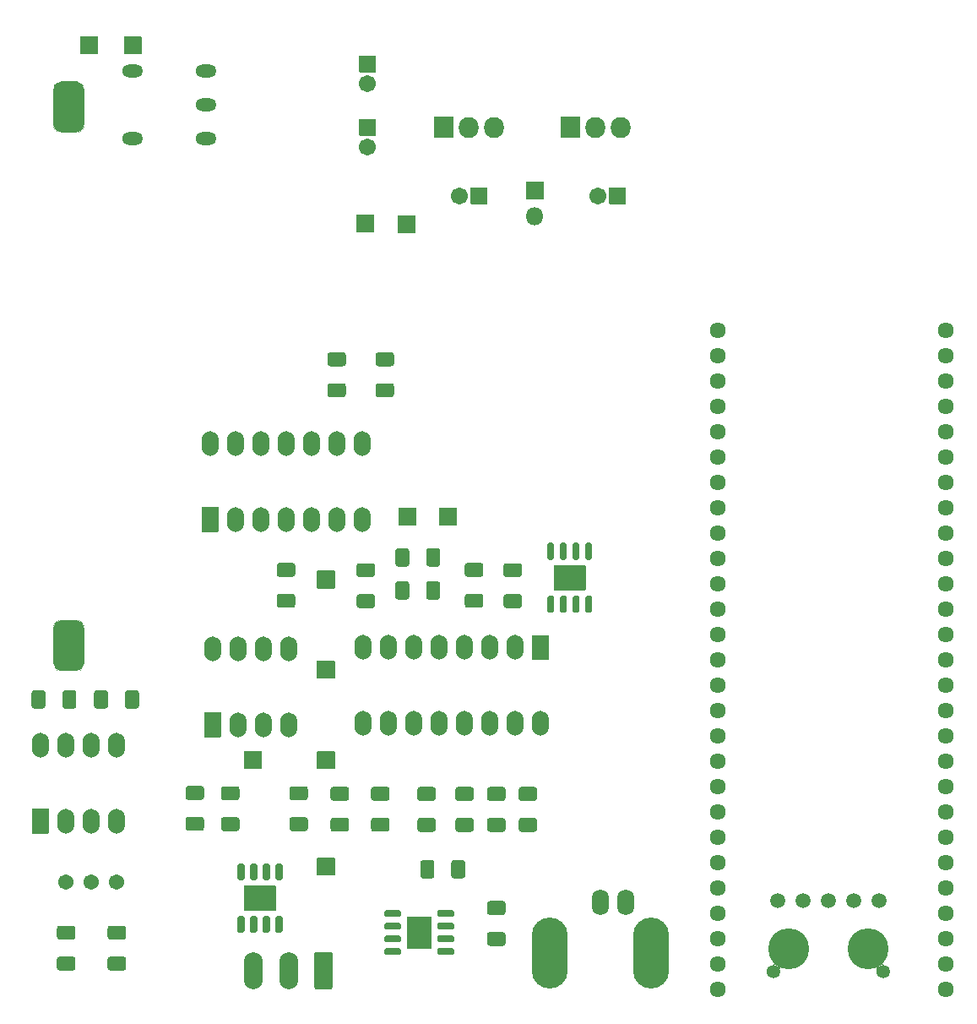
<source format=gbr>
%TF.GenerationSoftware,KiCad,Pcbnew,(5.1.10)-1*%
%TF.CreationDate,2022-11-10T21:57:10-03:00*%
%TF.ProjectId,potenciostato,706f7465-6e63-4696-9f73-7461746f2e6b,rev?*%
%TF.SameCoordinates,Original*%
%TF.FileFunction,Soldermask,Top*%
%TF.FilePolarity,Negative*%
%FSLAX46Y46*%
G04 Gerber Fmt 4.6, Leading zero omitted, Abs format (unit mm)*
G04 Created by KiCad (PCBNEW (5.1.10)-1) date 2022-11-10 21:57:10*
%MOMM*%
%LPD*%
G01*
G04 APERTURE LIST*
%ADD10C,1.610000*%
%ADD11O,2.007000X2.102000*%
%ADD12C,1.702000*%
%ADD13O,1.702000X2.502000*%
%ADD14C,1.542000*%
%ADD15O,1.902000X3.702000*%
%ADD16O,1.802000X1.802000*%
%ADD17C,1.502000*%
%ADD18C,4.102000*%
%ADD19C,1.352000*%
%ADD20O,2.102000X1.302000*%
%ADD21O,3.602000X7.102000*%
%ADD22O,1.702000X2.602000*%
%ADD23C,0.100000*%
G04 APERTURE END LIST*
D10*
%TO.C,LPC1*%
X188595000Y-86995000D03*
X188595000Y-89535000D03*
X188595000Y-92075000D03*
X188595000Y-94615000D03*
X188595000Y-97155000D03*
X188595000Y-99695000D03*
X188595000Y-102235000D03*
X188595000Y-104775000D03*
X188595000Y-107315000D03*
X188595000Y-109855000D03*
X188595000Y-112395000D03*
X188595000Y-114935000D03*
X188595000Y-117475000D03*
X188595000Y-120015000D03*
X188595000Y-122555000D03*
X188595000Y-125095000D03*
X188595000Y-127635000D03*
X188595000Y-130175000D03*
X188595000Y-132715000D03*
X188595000Y-135255000D03*
X188595000Y-137795000D03*
X188595000Y-140335000D03*
X188595000Y-142875000D03*
X188595000Y-145415000D03*
X188595000Y-147955000D03*
X188595000Y-150495000D03*
X188595000Y-153035000D03*
X211455000Y-86995000D03*
X211455000Y-89535000D03*
X211455000Y-92075000D03*
X211455000Y-94615000D03*
X211455000Y-97155000D03*
X211455000Y-99695000D03*
X211455000Y-102235000D03*
X211455000Y-104775000D03*
X211455000Y-107315000D03*
X211455000Y-109855000D03*
X211455000Y-112395000D03*
X211455000Y-114935000D03*
X211455000Y-117475000D03*
X211455000Y-120015000D03*
X211455000Y-122555000D03*
X211455000Y-125095000D03*
X211455000Y-127635000D03*
X211455000Y-130175000D03*
X211455000Y-132715000D03*
X211455000Y-135255000D03*
X211455000Y-137795000D03*
X211455000Y-140335000D03*
X211455000Y-142875000D03*
X211455000Y-145415000D03*
X211455000Y-147955000D03*
X211455000Y-150495000D03*
X211455000Y-153035000D03*
%TD*%
%TO.C,R20*%
G36*
G01*
X122870000Y-124608386D02*
X122870000Y-123295614D01*
G75*
G02*
X123139614Y-123026000I269614J0D01*
G01*
X124002386Y-123026000D01*
G75*
G02*
X124272000Y-123295614I0J-269614D01*
G01*
X124272000Y-124608386D01*
G75*
G02*
X124002386Y-124878000I-269614J0D01*
G01*
X123139614Y-124878000D01*
G75*
G02*
X122870000Y-124608386I0J269614D01*
G01*
G37*
G36*
G01*
X119770000Y-124608386D02*
X119770000Y-123295614D01*
G75*
G02*
X120039614Y-123026000I269614J0D01*
G01*
X120902386Y-123026000D01*
G75*
G02*
X121172000Y-123295614I0J-269614D01*
G01*
X121172000Y-124608386D01*
G75*
G02*
X120902386Y-124878000I-269614J0D01*
G01*
X120039614Y-124878000D01*
G75*
G02*
X119770000Y-124608386I0J269614D01*
G01*
G37*
%TD*%
D11*
%TO.C,U8*%
X178879500Y-66611500D03*
X176339500Y-66611500D03*
G36*
G01*
X172796000Y-67611500D02*
X172796000Y-65611500D01*
G75*
G02*
X172847000Y-65560500I51000J0D01*
G01*
X174752000Y-65560500D01*
G75*
G02*
X174803000Y-65611500I0J-51000D01*
G01*
X174803000Y-67611500D01*
G75*
G02*
X174752000Y-67662500I-51000J0D01*
G01*
X172847000Y-67662500D01*
G75*
G02*
X172796000Y-67611500I0J51000D01*
G01*
G37*
%TD*%
%TO.C,C6*%
G36*
G01*
X179381000Y-72669500D02*
X179381000Y-74269500D01*
G75*
G02*
X179330000Y-74320500I-51000J0D01*
G01*
X177730000Y-74320500D01*
G75*
G02*
X177679000Y-74269500I0J51000D01*
G01*
X177679000Y-72669500D01*
G75*
G02*
X177730000Y-72618500I51000J0D01*
G01*
X179330000Y-72618500D01*
G75*
G02*
X179381000Y-72669500I0J-51000D01*
G01*
G37*
D12*
X176530000Y-73469500D03*
%TD*%
%TO.C,C1*%
X153479500Y-68611500D03*
G36*
G01*
X152679500Y-65760500D02*
X154279500Y-65760500D01*
G75*
G02*
X154330500Y-65811500I0J-51000D01*
G01*
X154330500Y-67411500D01*
G75*
G02*
X154279500Y-67462500I-51000J0D01*
G01*
X152679500Y-67462500D01*
G75*
G02*
X152628500Y-67411500I0J51000D01*
G01*
X152628500Y-65811500D01*
G75*
G02*
X152679500Y-65760500I51000J0D01*
G01*
G37*
%TD*%
%TO.C,C2*%
G36*
G01*
X152679500Y-59410500D02*
X154279500Y-59410500D01*
G75*
G02*
X154330500Y-59461500I0J-51000D01*
G01*
X154330500Y-61061500D01*
G75*
G02*
X154279500Y-61112500I-51000J0D01*
G01*
X152679500Y-61112500D01*
G75*
G02*
X152628500Y-61061500I0J51000D01*
G01*
X152628500Y-59461500D01*
G75*
G02*
X152679500Y-59410500I51000J0D01*
G01*
G37*
X153479500Y-62261500D03*
%TD*%
%TO.C,C5*%
X162655500Y-73469500D03*
G36*
G01*
X165506500Y-72669500D02*
X165506500Y-74269500D01*
G75*
G02*
X165455500Y-74320500I-51000J0D01*
G01*
X163855500Y-74320500D01*
G75*
G02*
X163804500Y-74269500I0J51000D01*
G01*
X163804500Y-72669500D01*
G75*
G02*
X163855500Y-72618500I51000J0D01*
G01*
X165455500Y-72618500D01*
G75*
G02*
X165506500Y-72669500I0J-51000D01*
G01*
G37*
%TD*%
%TO.C,R16*%
G36*
G01*
X126045000Y-124608386D02*
X126045000Y-123295614D01*
G75*
G02*
X126314614Y-123026000I269614J0D01*
G01*
X127177386Y-123026000D01*
G75*
G02*
X127447000Y-123295614I0J-269614D01*
G01*
X127447000Y-124608386D01*
G75*
G02*
X127177386Y-124878000I-269614J0D01*
G01*
X126314614Y-124878000D01*
G75*
G02*
X126045000Y-124608386I0J269614D01*
G01*
G37*
G36*
G01*
X129145000Y-124608386D02*
X129145000Y-123295614D01*
G75*
G02*
X129414614Y-123026000I269614J0D01*
G01*
X130277386Y-123026000D01*
G75*
G02*
X130547000Y-123295614I0J-269614D01*
G01*
X130547000Y-124608386D01*
G75*
G02*
X130277386Y-124878000I-269614J0D01*
G01*
X129414614Y-124878000D01*
G75*
G02*
X129145000Y-124608386I0J269614D01*
G01*
G37*
%TD*%
D13*
%TO.C,U9*%
X120650000Y-128524000D03*
X128270000Y-136144000D03*
X123190000Y-128524000D03*
X125730000Y-136144000D03*
X125730000Y-128524000D03*
X123190000Y-136144000D03*
X128270000Y-128524000D03*
G36*
G01*
X121450000Y-137395000D02*
X119850000Y-137395000D01*
G75*
G02*
X119799000Y-137344000I0J51000D01*
G01*
X119799000Y-134944000D01*
G75*
G02*
X119850000Y-134893000I51000J0D01*
G01*
X121450000Y-134893000D01*
G75*
G02*
X121501000Y-134944000I0J-51000D01*
G01*
X121501000Y-137344000D01*
G75*
G02*
X121450000Y-137395000I-51000J0D01*
G01*
G37*
%TD*%
D14*
%TO.C,RV1*%
X123253500Y-142240000D03*
X125793500Y-142240000D03*
X128333500Y-142240000D03*
%TD*%
%TO.C,U6*%
G36*
G01*
X160096000Y-67611500D02*
X160096000Y-65611500D01*
G75*
G02*
X160147000Y-65560500I51000J0D01*
G01*
X162052000Y-65560500D01*
G75*
G02*
X162103000Y-65611500I0J-51000D01*
G01*
X162103000Y-67611500D01*
G75*
G02*
X162052000Y-67662500I-51000J0D01*
G01*
X160147000Y-67662500D01*
G75*
G02*
X160096000Y-67611500I0J51000D01*
G01*
G37*
D11*
X163639500Y-66611500D03*
X166179500Y-66611500D03*
%TD*%
%TO.C,R17*%
G36*
G01*
X127677114Y-149719000D02*
X128989886Y-149719000D01*
G75*
G02*
X129259500Y-149988614I0J-269614D01*
G01*
X129259500Y-150851386D01*
G75*
G02*
X128989886Y-151121000I-269614J0D01*
G01*
X127677114Y-151121000D01*
G75*
G02*
X127407500Y-150851386I0J269614D01*
G01*
X127407500Y-149988614D01*
G75*
G02*
X127677114Y-149719000I269614J0D01*
G01*
G37*
G36*
G01*
X127677114Y-146619000D02*
X128989886Y-146619000D01*
G75*
G02*
X129259500Y-146888614I0J-269614D01*
G01*
X129259500Y-147751386D01*
G75*
G02*
X128989886Y-148021000I-269614J0D01*
G01*
X127677114Y-148021000D01*
G75*
G02*
X127407500Y-147751386I0J269614D01*
G01*
X127407500Y-146888614D01*
G75*
G02*
X127677114Y-146619000I269614J0D01*
G01*
G37*
%TD*%
%TO.C,R19*%
G36*
G01*
X123909886Y-151121000D02*
X122597114Y-151121000D01*
G75*
G02*
X122327500Y-150851386I0J269614D01*
G01*
X122327500Y-149988614D01*
G75*
G02*
X122597114Y-149719000I269614J0D01*
G01*
X123909886Y-149719000D01*
G75*
G02*
X124179500Y-149988614I0J-269614D01*
G01*
X124179500Y-150851386D01*
G75*
G02*
X123909886Y-151121000I-269614J0D01*
G01*
G37*
G36*
G01*
X123909886Y-148021000D02*
X122597114Y-148021000D01*
G75*
G02*
X122327500Y-147751386I0J269614D01*
G01*
X122327500Y-146888614D01*
G75*
G02*
X122597114Y-146619000I269614J0D01*
G01*
X123909886Y-146619000D01*
G75*
G02*
X124179500Y-146888614I0J-269614D01*
G01*
X124179500Y-147751386D01*
G75*
G02*
X123909886Y-148021000I-269614J0D01*
G01*
G37*
%TD*%
%TO.C,J2*%
G36*
G01*
X141085000Y-130898000D02*
X141085000Y-129198000D01*
G75*
G02*
X141136000Y-129147000I51000J0D01*
G01*
X142836000Y-129147000D01*
G75*
G02*
X142887000Y-129198000I0J-51000D01*
G01*
X142887000Y-130898000D01*
G75*
G02*
X142836000Y-130949000I-51000J0D01*
G01*
X141136000Y-130949000D01*
G75*
G02*
X141085000Y-130898000I0J51000D01*
G01*
G37*
%TD*%
%TO.C,J3*%
G36*
G01*
X149993000Y-149543166D02*
X149993000Y-152716834D01*
G75*
G02*
X149728834Y-152981000I-264166J0D01*
G01*
X148355166Y-152981000D01*
G75*
G02*
X148091000Y-152716834I0J264166D01*
G01*
X148091000Y-149543166D01*
G75*
G02*
X148355166Y-149279000I264166J0D01*
G01*
X149728834Y-149279000D01*
G75*
G02*
X149993000Y-149543166I0J-264166D01*
G01*
G37*
D15*
X145542000Y-151130000D03*
X142042000Y-151130000D03*
%TD*%
%TO.C,JP1*%
G36*
G01*
X169342500Y-73811500D02*
X169342500Y-72111500D01*
G75*
G02*
X169393500Y-72060500I51000J0D01*
G01*
X171093500Y-72060500D01*
G75*
G02*
X171144500Y-72111500I0J-51000D01*
G01*
X171144500Y-73811500D01*
G75*
G02*
X171093500Y-73862500I-51000J0D01*
G01*
X169393500Y-73862500D01*
G75*
G02*
X169342500Y-73811500I0J51000D01*
G01*
G37*
D16*
X170243500Y-75501500D03*
%TD*%
%TO.C,R1*%
G36*
G01*
X170201386Y-134126000D02*
X168888614Y-134126000D01*
G75*
G02*
X168619000Y-133856386I0J269614D01*
G01*
X168619000Y-132993614D01*
G75*
G02*
X168888614Y-132724000I269614J0D01*
G01*
X170201386Y-132724000D01*
G75*
G02*
X170471000Y-132993614I0J-269614D01*
G01*
X170471000Y-133856386D01*
G75*
G02*
X170201386Y-134126000I-269614J0D01*
G01*
G37*
G36*
G01*
X170201386Y-137226000D02*
X168888614Y-137226000D01*
G75*
G02*
X168619000Y-136956386I0J269614D01*
G01*
X168619000Y-136093614D01*
G75*
G02*
X168888614Y-135824000I269614J0D01*
G01*
X170201386Y-135824000D01*
G75*
G02*
X170471000Y-136093614I0J-269614D01*
G01*
X170471000Y-136956386D01*
G75*
G02*
X170201386Y-137226000I-269614J0D01*
G01*
G37*
%TD*%
%TO.C,R2*%
G36*
G01*
X151341886Y-137214500D02*
X150029114Y-137214500D01*
G75*
G02*
X149759500Y-136944886I0J269614D01*
G01*
X149759500Y-136082114D01*
G75*
G02*
X150029114Y-135812500I269614J0D01*
G01*
X151341886Y-135812500D01*
G75*
G02*
X151611500Y-136082114I0J-269614D01*
G01*
X151611500Y-136944886D01*
G75*
G02*
X151341886Y-137214500I-269614J0D01*
G01*
G37*
G36*
G01*
X151341886Y-134114500D02*
X150029114Y-134114500D01*
G75*
G02*
X149759500Y-133844886I0J269614D01*
G01*
X149759500Y-132982114D01*
G75*
G02*
X150029114Y-132712500I269614J0D01*
G01*
X151341886Y-132712500D01*
G75*
G02*
X151611500Y-132982114I0J-269614D01*
G01*
X151611500Y-133844886D01*
G75*
G02*
X151341886Y-134114500I-269614J0D01*
G01*
G37*
%TD*%
%TO.C,R3*%
G36*
G01*
X155405886Y-134114500D02*
X154093114Y-134114500D01*
G75*
G02*
X153823500Y-133844886I0J269614D01*
G01*
X153823500Y-132982114D01*
G75*
G02*
X154093114Y-132712500I269614J0D01*
G01*
X155405886Y-132712500D01*
G75*
G02*
X155675500Y-132982114I0J-269614D01*
G01*
X155675500Y-133844886D01*
G75*
G02*
X155405886Y-134114500I-269614J0D01*
G01*
G37*
G36*
G01*
X155405886Y-137214500D02*
X154093114Y-137214500D01*
G75*
G02*
X153823500Y-136944886I0J269614D01*
G01*
X153823500Y-136082114D01*
G75*
G02*
X154093114Y-135812500I269614J0D01*
G01*
X155405886Y-135812500D01*
G75*
G02*
X155675500Y-136082114I0J-269614D01*
G01*
X155675500Y-136944886D01*
G75*
G02*
X155405886Y-137214500I-269614J0D01*
G01*
G37*
%TD*%
%TO.C,R4*%
G36*
G01*
X167026386Y-148656000D02*
X165713614Y-148656000D01*
G75*
G02*
X165444000Y-148386386I0J269614D01*
G01*
X165444000Y-147523614D01*
G75*
G02*
X165713614Y-147254000I269614J0D01*
G01*
X167026386Y-147254000D01*
G75*
G02*
X167296000Y-147523614I0J-269614D01*
G01*
X167296000Y-148386386D01*
G75*
G02*
X167026386Y-148656000I-269614J0D01*
G01*
G37*
G36*
G01*
X167026386Y-145556000D02*
X165713614Y-145556000D01*
G75*
G02*
X165444000Y-145286386I0J269614D01*
G01*
X165444000Y-144423614D01*
G75*
G02*
X165713614Y-144154000I269614J0D01*
G01*
X167026386Y-144154000D01*
G75*
G02*
X167296000Y-144423614I0J-269614D01*
G01*
X167296000Y-145286386D01*
G75*
G02*
X167026386Y-145556000I-269614J0D01*
G01*
G37*
%TD*%
%TO.C,R5*%
G36*
G01*
X161859000Y-141626386D02*
X161859000Y-140313614D01*
G75*
G02*
X162128614Y-140044000I269614J0D01*
G01*
X162991386Y-140044000D01*
G75*
G02*
X163261000Y-140313614I0J-269614D01*
G01*
X163261000Y-141626386D01*
G75*
G02*
X162991386Y-141896000I-269614J0D01*
G01*
X162128614Y-141896000D01*
G75*
G02*
X161859000Y-141626386I0J269614D01*
G01*
G37*
G36*
G01*
X158759000Y-141626386D02*
X158759000Y-140313614D01*
G75*
G02*
X159028614Y-140044000I269614J0D01*
G01*
X159891386Y-140044000D01*
G75*
G02*
X160161000Y-140313614I0J-269614D01*
G01*
X160161000Y-141626386D01*
G75*
G02*
X159891386Y-141896000I-269614J0D01*
G01*
X159028614Y-141896000D01*
G75*
G02*
X158759000Y-141626386I0J269614D01*
G01*
G37*
%TD*%
%TO.C,R6*%
G36*
G01*
X140356386Y-134051000D02*
X139043614Y-134051000D01*
G75*
G02*
X138774000Y-133781386I0J269614D01*
G01*
X138774000Y-132918614D01*
G75*
G02*
X139043614Y-132649000I269614J0D01*
G01*
X140356386Y-132649000D01*
G75*
G02*
X140626000Y-132918614I0J-269614D01*
G01*
X140626000Y-133781386D01*
G75*
G02*
X140356386Y-134051000I-269614J0D01*
G01*
G37*
G36*
G01*
X140356386Y-137151000D02*
X139043614Y-137151000D01*
G75*
G02*
X138774000Y-136881386I0J269614D01*
G01*
X138774000Y-136018614D01*
G75*
G02*
X139043614Y-135749000I269614J0D01*
G01*
X140356386Y-135749000D01*
G75*
G02*
X140626000Y-136018614I0J-269614D01*
G01*
X140626000Y-136881386D01*
G75*
G02*
X140356386Y-137151000I-269614J0D01*
G01*
G37*
%TD*%
%TO.C,R7*%
G36*
G01*
X136800386Y-137125000D02*
X135487614Y-137125000D01*
G75*
G02*
X135218000Y-136855386I0J269614D01*
G01*
X135218000Y-135992614D01*
G75*
G02*
X135487614Y-135723000I269614J0D01*
G01*
X136800386Y-135723000D01*
G75*
G02*
X137070000Y-135992614I0J-269614D01*
G01*
X137070000Y-136855386D01*
G75*
G02*
X136800386Y-137125000I-269614J0D01*
G01*
G37*
G36*
G01*
X136800386Y-134025000D02*
X135487614Y-134025000D01*
G75*
G02*
X135218000Y-133755386I0J269614D01*
G01*
X135218000Y-132892614D01*
G75*
G02*
X135487614Y-132623000I269614J0D01*
G01*
X136800386Y-132623000D01*
G75*
G02*
X137070000Y-132892614I0J-269614D01*
G01*
X137070000Y-133755386D01*
G75*
G02*
X136800386Y-134025000I-269614J0D01*
G01*
G37*
%TD*%
%TO.C,R8*%
G36*
G01*
X164803886Y-114773000D02*
X163491114Y-114773000D01*
G75*
G02*
X163221500Y-114503386I0J269614D01*
G01*
X163221500Y-113640614D01*
G75*
G02*
X163491114Y-113371000I269614J0D01*
G01*
X164803886Y-113371000D01*
G75*
G02*
X165073500Y-113640614I0J-269614D01*
G01*
X165073500Y-114503386D01*
G75*
G02*
X164803886Y-114773000I-269614J0D01*
G01*
G37*
G36*
G01*
X164803886Y-111673000D02*
X163491114Y-111673000D01*
G75*
G02*
X163221500Y-111403386I0J269614D01*
G01*
X163221500Y-110540614D01*
G75*
G02*
X163491114Y-110271000I269614J0D01*
G01*
X164803886Y-110271000D01*
G75*
G02*
X165073500Y-110540614I0J-269614D01*
G01*
X165073500Y-111403386D01*
G75*
G02*
X164803886Y-111673000I-269614J0D01*
G01*
G37*
%TD*%
%TO.C,R9*%
G36*
G01*
X155850386Y-93665000D02*
X154537614Y-93665000D01*
G75*
G02*
X154268000Y-93395386I0J269614D01*
G01*
X154268000Y-92532614D01*
G75*
G02*
X154537614Y-92263000I269614J0D01*
G01*
X155850386Y-92263000D01*
G75*
G02*
X156120000Y-92532614I0J-269614D01*
G01*
X156120000Y-93395386D01*
G75*
G02*
X155850386Y-93665000I-269614J0D01*
G01*
G37*
G36*
G01*
X155850386Y-90565000D02*
X154537614Y-90565000D01*
G75*
G02*
X154268000Y-90295386I0J269614D01*
G01*
X154268000Y-89432614D01*
G75*
G02*
X154537614Y-89163000I269614J0D01*
G01*
X155850386Y-89163000D01*
G75*
G02*
X156120000Y-89432614I0J-269614D01*
G01*
X156120000Y-90295386D01*
G75*
G02*
X155850386Y-90565000I-269614J0D01*
G01*
G37*
%TD*%
%TO.C,R10*%
G36*
G01*
X153945386Y-111699000D02*
X152632614Y-111699000D01*
G75*
G02*
X152363000Y-111429386I0J269614D01*
G01*
X152363000Y-110566614D01*
G75*
G02*
X152632614Y-110297000I269614J0D01*
G01*
X153945386Y-110297000D01*
G75*
G02*
X154215000Y-110566614I0J-269614D01*
G01*
X154215000Y-111429386D01*
G75*
G02*
X153945386Y-111699000I-269614J0D01*
G01*
G37*
G36*
G01*
X153945386Y-114799000D02*
X152632614Y-114799000D01*
G75*
G02*
X152363000Y-114529386I0J269614D01*
G01*
X152363000Y-113666614D01*
G75*
G02*
X152632614Y-113397000I269614J0D01*
G01*
X153945386Y-113397000D01*
G75*
G02*
X154215000Y-113666614I0J-269614D01*
G01*
X154215000Y-114529386D01*
G75*
G02*
X153945386Y-114799000I-269614J0D01*
G01*
G37*
%TD*%
%TO.C,R11*%
G36*
G01*
X163851386Y-134126000D02*
X162538614Y-134126000D01*
G75*
G02*
X162269000Y-133856386I0J269614D01*
G01*
X162269000Y-132993614D01*
G75*
G02*
X162538614Y-132724000I269614J0D01*
G01*
X163851386Y-132724000D01*
G75*
G02*
X164121000Y-132993614I0J-269614D01*
G01*
X164121000Y-133856386D01*
G75*
G02*
X163851386Y-134126000I-269614J0D01*
G01*
G37*
G36*
G01*
X163851386Y-137226000D02*
X162538614Y-137226000D01*
G75*
G02*
X162269000Y-136956386I0J269614D01*
G01*
X162269000Y-136093614D01*
G75*
G02*
X162538614Y-135824000I269614J0D01*
G01*
X163851386Y-135824000D01*
G75*
G02*
X164121000Y-136093614I0J-269614D01*
G01*
X164121000Y-136956386D01*
G75*
G02*
X163851386Y-137226000I-269614J0D01*
G01*
G37*
%TD*%
%TO.C,R12*%
G36*
G01*
X160041386Y-137226000D02*
X158728614Y-137226000D01*
G75*
G02*
X158459000Y-136956386I0J269614D01*
G01*
X158459000Y-136093614D01*
G75*
G02*
X158728614Y-135824000I269614J0D01*
G01*
X160041386Y-135824000D01*
G75*
G02*
X160311000Y-136093614I0J-269614D01*
G01*
X160311000Y-136956386D01*
G75*
G02*
X160041386Y-137226000I-269614J0D01*
G01*
G37*
G36*
G01*
X160041386Y-134126000D02*
X158728614Y-134126000D01*
G75*
G02*
X158459000Y-133856386I0J269614D01*
G01*
X158459000Y-132993614D01*
G75*
G02*
X158728614Y-132724000I269614J0D01*
G01*
X160041386Y-132724000D01*
G75*
G02*
X160311000Y-132993614I0J-269614D01*
G01*
X160311000Y-133856386D01*
G75*
G02*
X160041386Y-134126000I-269614J0D01*
G01*
G37*
%TD*%
%TO.C,R13*%
G36*
G01*
X147214386Y-134051000D02*
X145901614Y-134051000D01*
G75*
G02*
X145632000Y-133781386I0J269614D01*
G01*
X145632000Y-132918614D01*
G75*
G02*
X145901614Y-132649000I269614J0D01*
G01*
X147214386Y-132649000D01*
G75*
G02*
X147484000Y-132918614I0J-269614D01*
G01*
X147484000Y-133781386D01*
G75*
G02*
X147214386Y-134051000I-269614J0D01*
G01*
G37*
G36*
G01*
X147214386Y-137151000D02*
X145901614Y-137151000D01*
G75*
G02*
X145632000Y-136881386I0J269614D01*
G01*
X145632000Y-136018614D01*
G75*
G02*
X145901614Y-135749000I269614J0D01*
G01*
X147214386Y-135749000D01*
G75*
G02*
X147484000Y-136018614I0J-269614D01*
G01*
X147484000Y-136881386D01*
G75*
G02*
X147214386Y-137151000I-269614J0D01*
G01*
G37*
%TD*%
%TO.C,R14*%
G36*
G01*
X167364614Y-113397000D02*
X168677386Y-113397000D01*
G75*
G02*
X168947000Y-113666614I0J-269614D01*
G01*
X168947000Y-114529386D01*
G75*
G02*
X168677386Y-114799000I-269614J0D01*
G01*
X167364614Y-114799000D01*
G75*
G02*
X167095000Y-114529386I0J269614D01*
G01*
X167095000Y-113666614D01*
G75*
G02*
X167364614Y-113397000I269614J0D01*
G01*
G37*
G36*
G01*
X167364614Y-110297000D02*
X168677386Y-110297000D01*
G75*
G02*
X168947000Y-110566614I0J-269614D01*
G01*
X168947000Y-111429386D01*
G75*
G02*
X168677386Y-111699000I-269614J0D01*
G01*
X167364614Y-111699000D01*
G75*
G02*
X167095000Y-111429386I0J269614D01*
G01*
X167095000Y-110566614D01*
G75*
G02*
X167364614Y-110297000I269614J0D01*
G01*
G37*
%TD*%
%TO.C,R15*%
G36*
G01*
X167026386Y-137226000D02*
X165713614Y-137226000D01*
G75*
G02*
X165444000Y-136956386I0J269614D01*
G01*
X165444000Y-136093614D01*
G75*
G02*
X165713614Y-135824000I269614J0D01*
G01*
X167026386Y-135824000D01*
G75*
G02*
X167296000Y-136093614I0J-269614D01*
G01*
X167296000Y-136956386D01*
G75*
G02*
X167026386Y-137226000I-269614J0D01*
G01*
G37*
G36*
G01*
X167026386Y-134126000D02*
X165713614Y-134126000D01*
G75*
G02*
X165444000Y-133856386I0J269614D01*
G01*
X165444000Y-132993614D01*
G75*
G02*
X165713614Y-132724000I269614J0D01*
G01*
X167026386Y-132724000D01*
G75*
G02*
X167296000Y-132993614I0J-269614D01*
G01*
X167296000Y-133856386D01*
G75*
G02*
X167026386Y-134126000I-269614J0D01*
G01*
G37*
%TD*%
%TO.C,R18*%
G36*
G01*
X160747000Y-112373614D02*
X160747000Y-113686386D01*
G75*
G02*
X160477386Y-113956000I-269614J0D01*
G01*
X159614614Y-113956000D01*
G75*
G02*
X159345000Y-113686386I0J269614D01*
G01*
X159345000Y-112373614D01*
G75*
G02*
X159614614Y-112104000I269614J0D01*
G01*
X160477386Y-112104000D01*
G75*
G02*
X160747000Y-112373614I0J-269614D01*
G01*
G37*
G36*
G01*
X157647000Y-112373614D02*
X157647000Y-113686386D01*
G75*
G02*
X157377386Y-113956000I-269614J0D01*
G01*
X156514614Y-113956000D01*
G75*
G02*
X156245000Y-113686386I0J269614D01*
G01*
X156245000Y-112373614D01*
G75*
G02*
X156514614Y-112104000I269614J0D01*
G01*
X157377386Y-112104000D01*
G75*
G02*
X157647000Y-112373614I0J-269614D01*
G01*
G37*
%TD*%
%TO.C,R21*%
G36*
G01*
X144631614Y-113371000D02*
X145944386Y-113371000D01*
G75*
G02*
X146214000Y-113640614I0J-269614D01*
G01*
X146214000Y-114503386D01*
G75*
G02*
X145944386Y-114773000I-269614J0D01*
G01*
X144631614Y-114773000D01*
G75*
G02*
X144362000Y-114503386I0J269614D01*
G01*
X144362000Y-113640614D01*
G75*
G02*
X144631614Y-113371000I269614J0D01*
G01*
G37*
G36*
G01*
X144631614Y-110271000D02*
X145944386Y-110271000D01*
G75*
G02*
X146214000Y-110540614I0J-269614D01*
G01*
X146214000Y-111403386D01*
G75*
G02*
X145944386Y-111673000I-269614J0D01*
G01*
X144631614Y-111673000D01*
G75*
G02*
X144362000Y-111403386I0J269614D01*
G01*
X144362000Y-110540614D01*
G75*
G02*
X144631614Y-110271000I269614J0D01*
G01*
G37*
%TD*%
%TO.C,U1*%
G36*
G01*
X175465500Y-108259000D02*
X175816500Y-108259000D01*
G75*
G02*
X175992000Y-108434500I0J-175500D01*
G01*
X175992000Y-109785500D01*
G75*
G02*
X175816500Y-109961000I-175500J0D01*
G01*
X175465500Y-109961000D01*
G75*
G02*
X175290000Y-109785500I0J175500D01*
G01*
X175290000Y-108434500D01*
G75*
G02*
X175465500Y-108259000I175500J0D01*
G01*
G37*
G36*
G01*
X174195500Y-108259000D02*
X174546500Y-108259000D01*
G75*
G02*
X174722000Y-108434500I0J-175500D01*
G01*
X174722000Y-109785500D01*
G75*
G02*
X174546500Y-109961000I-175500J0D01*
G01*
X174195500Y-109961000D01*
G75*
G02*
X174020000Y-109785500I0J175500D01*
G01*
X174020000Y-108434500D01*
G75*
G02*
X174195500Y-108259000I175500J0D01*
G01*
G37*
G36*
G01*
X172925500Y-108259000D02*
X173276500Y-108259000D01*
G75*
G02*
X173452000Y-108434500I0J-175500D01*
G01*
X173452000Y-109785500D01*
G75*
G02*
X173276500Y-109961000I-175500J0D01*
G01*
X172925500Y-109961000D01*
G75*
G02*
X172750000Y-109785500I0J175500D01*
G01*
X172750000Y-108434500D01*
G75*
G02*
X172925500Y-108259000I175500J0D01*
G01*
G37*
G36*
G01*
X171655500Y-108259000D02*
X172006500Y-108259000D01*
G75*
G02*
X172182000Y-108434500I0J-175500D01*
G01*
X172182000Y-109785500D01*
G75*
G02*
X172006500Y-109961000I-175500J0D01*
G01*
X171655500Y-109961000D01*
G75*
G02*
X171480000Y-109785500I0J175500D01*
G01*
X171480000Y-108434500D01*
G75*
G02*
X171655500Y-108259000I175500J0D01*
G01*
G37*
G36*
G01*
X171655500Y-113559000D02*
X172006500Y-113559000D01*
G75*
G02*
X172182000Y-113734500I0J-175500D01*
G01*
X172182000Y-115085500D01*
G75*
G02*
X172006500Y-115261000I-175500J0D01*
G01*
X171655500Y-115261000D01*
G75*
G02*
X171480000Y-115085500I0J175500D01*
G01*
X171480000Y-113734500D01*
G75*
G02*
X171655500Y-113559000I175500J0D01*
G01*
G37*
G36*
G01*
X172925500Y-113559000D02*
X173276500Y-113559000D01*
G75*
G02*
X173452000Y-113734500I0J-175500D01*
G01*
X173452000Y-115085500D01*
G75*
G02*
X173276500Y-115261000I-175500J0D01*
G01*
X172925500Y-115261000D01*
G75*
G02*
X172750000Y-115085500I0J175500D01*
G01*
X172750000Y-113734500D01*
G75*
G02*
X172925500Y-113559000I175500J0D01*
G01*
G37*
G36*
G01*
X174195500Y-113559000D02*
X174546500Y-113559000D01*
G75*
G02*
X174722000Y-113734500I0J-175500D01*
G01*
X174722000Y-115085500D01*
G75*
G02*
X174546500Y-115261000I-175500J0D01*
G01*
X174195500Y-115261000D01*
G75*
G02*
X174020000Y-115085500I0J175500D01*
G01*
X174020000Y-113734500D01*
G75*
G02*
X174195500Y-113559000I175500J0D01*
G01*
G37*
G36*
G01*
X175465500Y-113559000D02*
X175816500Y-113559000D01*
G75*
G02*
X175992000Y-113734500I0J-175500D01*
G01*
X175992000Y-115085500D01*
G75*
G02*
X175816500Y-115261000I-175500J0D01*
G01*
X175465500Y-115261000D01*
G75*
G02*
X175290000Y-115085500I0J175500D01*
G01*
X175290000Y-113734500D01*
G75*
G02*
X175465500Y-113559000I175500J0D01*
G01*
G37*
G36*
G01*
X172186000Y-110504000D02*
X175286000Y-110504000D01*
G75*
G02*
X175337000Y-110555000I0J-51000D01*
G01*
X175337000Y-112965000D01*
G75*
G02*
X175286000Y-113016000I-51000J0D01*
G01*
X172186000Y-113016000D01*
G75*
G02*
X172135000Y-112965000I0J51000D01*
G01*
X172135000Y-110555000D01*
G75*
G02*
X172186000Y-110504000I51000J0D01*
G01*
G37*
%TD*%
%TO.C,U2*%
G36*
G01*
X138722000Y-127743000D02*
X137122000Y-127743000D01*
G75*
G02*
X137071000Y-127692000I0J51000D01*
G01*
X137071000Y-125292000D01*
G75*
G02*
X137122000Y-125241000I51000J0D01*
G01*
X138722000Y-125241000D01*
G75*
G02*
X138773000Y-125292000I0J-51000D01*
G01*
X138773000Y-127692000D01*
G75*
G02*
X138722000Y-127743000I-51000J0D01*
G01*
G37*
D13*
X145542000Y-118872000D03*
X140462000Y-126492000D03*
X143002000Y-118872000D03*
X143002000Y-126492000D03*
X140462000Y-118872000D03*
X145542000Y-126492000D03*
X137922000Y-118872000D03*
%TD*%
%TO.C,U3*%
G36*
G01*
X141134500Y-142618000D02*
X144234500Y-142618000D01*
G75*
G02*
X144285500Y-142669000I0J-51000D01*
G01*
X144285500Y-145079000D01*
G75*
G02*
X144234500Y-145130000I-51000J0D01*
G01*
X141134500Y-145130000D01*
G75*
G02*
X141083500Y-145079000I0J51000D01*
G01*
X141083500Y-142669000D01*
G75*
G02*
X141134500Y-142618000I51000J0D01*
G01*
G37*
G36*
G01*
X144414000Y-145673000D02*
X144765000Y-145673000D01*
G75*
G02*
X144940500Y-145848500I0J-175500D01*
G01*
X144940500Y-147199500D01*
G75*
G02*
X144765000Y-147375000I-175500J0D01*
G01*
X144414000Y-147375000D01*
G75*
G02*
X144238500Y-147199500I0J175500D01*
G01*
X144238500Y-145848500D01*
G75*
G02*
X144414000Y-145673000I175500J0D01*
G01*
G37*
G36*
G01*
X143144000Y-145673000D02*
X143495000Y-145673000D01*
G75*
G02*
X143670500Y-145848500I0J-175500D01*
G01*
X143670500Y-147199500D01*
G75*
G02*
X143495000Y-147375000I-175500J0D01*
G01*
X143144000Y-147375000D01*
G75*
G02*
X142968500Y-147199500I0J175500D01*
G01*
X142968500Y-145848500D01*
G75*
G02*
X143144000Y-145673000I175500J0D01*
G01*
G37*
G36*
G01*
X141874000Y-145673000D02*
X142225000Y-145673000D01*
G75*
G02*
X142400500Y-145848500I0J-175500D01*
G01*
X142400500Y-147199500D01*
G75*
G02*
X142225000Y-147375000I-175500J0D01*
G01*
X141874000Y-147375000D01*
G75*
G02*
X141698500Y-147199500I0J175500D01*
G01*
X141698500Y-145848500D01*
G75*
G02*
X141874000Y-145673000I175500J0D01*
G01*
G37*
G36*
G01*
X140604000Y-145673000D02*
X140955000Y-145673000D01*
G75*
G02*
X141130500Y-145848500I0J-175500D01*
G01*
X141130500Y-147199500D01*
G75*
G02*
X140955000Y-147375000I-175500J0D01*
G01*
X140604000Y-147375000D01*
G75*
G02*
X140428500Y-147199500I0J175500D01*
G01*
X140428500Y-145848500D01*
G75*
G02*
X140604000Y-145673000I175500J0D01*
G01*
G37*
G36*
G01*
X140604000Y-140373000D02*
X140955000Y-140373000D01*
G75*
G02*
X141130500Y-140548500I0J-175500D01*
G01*
X141130500Y-141899500D01*
G75*
G02*
X140955000Y-142075000I-175500J0D01*
G01*
X140604000Y-142075000D01*
G75*
G02*
X140428500Y-141899500I0J175500D01*
G01*
X140428500Y-140548500D01*
G75*
G02*
X140604000Y-140373000I175500J0D01*
G01*
G37*
G36*
G01*
X141874000Y-140373000D02*
X142225000Y-140373000D01*
G75*
G02*
X142400500Y-140548500I0J-175500D01*
G01*
X142400500Y-141899500D01*
G75*
G02*
X142225000Y-142075000I-175500J0D01*
G01*
X141874000Y-142075000D01*
G75*
G02*
X141698500Y-141899500I0J175500D01*
G01*
X141698500Y-140548500D01*
G75*
G02*
X141874000Y-140373000I175500J0D01*
G01*
G37*
G36*
G01*
X143144000Y-140373000D02*
X143495000Y-140373000D01*
G75*
G02*
X143670500Y-140548500I0J-175500D01*
G01*
X143670500Y-141899500D01*
G75*
G02*
X143495000Y-142075000I-175500J0D01*
G01*
X143144000Y-142075000D01*
G75*
G02*
X142968500Y-141899500I0J175500D01*
G01*
X142968500Y-140548500D01*
G75*
G02*
X143144000Y-140373000I175500J0D01*
G01*
G37*
G36*
G01*
X144414000Y-140373000D02*
X144765000Y-140373000D01*
G75*
G02*
X144940500Y-140548500I0J-175500D01*
G01*
X144940500Y-141899500D01*
G75*
G02*
X144765000Y-142075000I-175500J0D01*
G01*
X144414000Y-142075000D01*
G75*
G02*
X144238500Y-141899500I0J175500D01*
G01*
X144238500Y-140548500D01*
G75*
G02*
X144414000Y-140373000I175500J0D01*
G01*
G37*
%TD*%
%TO.C,U4*%
G36*
G01*
X155139000Y-145590500D02*
X155139000Y-145239500D01*
G75*
G02*
X155314500Y-145064000I175500J0D01*
G01*
X156665500Y-145064000D01*
G75*
G02*
X156841000Y-145239500I0J-175500D01*
G01*
X156841000Y-145590500D01*
G75*
G02*
X156665500Y-145766000I-175500J0D01*
G01*
X155314500Y-145766000D01*
G75*
G02*
X155139000Y-145590500I0J175500D01*
G01*
G37*
G36*
G01*
X155139000Y-146860500D02*
X155139000Y-146509500D01*
G75*
G02*
X155314500Y-146334000I175500J0D01*
G01*
X156665500Y-146334000D01*
G75*
G02*
X156841000Y-146509500I0J-175500D01*
G01*
X156841000Y-146860500D01*
G75*
G02*
X156665500Y-147036000I-175500J0D01*
G01*
X155314500Y-147036000D01*
G75*
G02*
X155139000Y-146860500I0J175500D01*
G01*
G37*
G36*
G01*
X155139000Y-148130500D02*
X155139000Y-147779500D01*
G75*
G02*
X155314500Y-147604000I175500J0D01*
G01*
X156665500Y-147604000D01*
G75*
G02*
X156841000Y-147779500I0J-175500D01*
G01*
X156841000Y-148130500D01*
G75*
G02*
X156665500Y-148306000I-175500J0D01*
G01*
X155314500Y-148306000D01*
G75*
G02*
X155139000Y-148130500I0J175500D01*
G01*
G37*
G36*
G01*
X155139000Y-149400500D02*
X155139000Y-149049500D01*
G75*
G02*
X155314500Y-148874000I175500J0D01*
G01*
X156665500Y-148874000D01*
G75*
G02*
X156841000Y-149049500I0J-175500D01*
G01*
X156841000Y-149400500D01*
G75*
G02*
X156665500Y-149576000I-175500J0D01*
G01*
X155314500Y-149576000D01*
G75*
G02*
X155139000Y-149400500I0J175500D01*
G01*
G37*
G36*
G01*
X160439000Y-149400500D02*
X160439000Y-149049500D01*
G75*
G02*
X160614500Y-148874000I175500J0D01*
G01*
X161965500Y-148874000D01*
G75*
G02*
X162141000Y-149049500I0J-175500D01*
G01*
X162141000Y-149400500D01*
G75*
G02*
X161965500Y-149576000I-175500J0D01*
G01*
X160614500Y-149576000D01*
G75*
G02*
X160439000Y-149400500I0J175500D01*
G01*
G37*
G36*
G01*
X160439000Y-148130500D02*
X160439000Y-147779500D01*
G75*
G02*
X160614500Y-147604000I175500J0D01*
G01*
X161965500Y-147604000D01*
G75*
G02*
X162141000Y-147779500I0J-175500D01*
G01*
X162141000Y-148130500D01*
G75*
G02*
X161965500Y-148306000I-175500J0D01*
G01*
X160614500Y-148306000D01*
G75*
G02*
X160439000Y-148130500I0J175500D01*
G01*
G37*
G36*
G01*
X160439000Y-146860500D02*
X160439000Y-146509500D01*
G75*
G02*
X160614500Y-146334000I175500J0D01*
G01*
X161965500Y-146334000D01*
G75*
G02*
X162141000Y-146509500I0J-175500D01*
G01*
X162141000Y-146860500D01*
G75*
G02*
X161965500Y-147036000I-175500J0D01*
G01*
X160614500Y-147036000D01*
G75*
G02*
X160439000Y-146860500I0J175500D01*
G01*
G37*
G36*
G01*
X160439000Y-145590500D02*
X160439000Y-145239500D01*
G75*
G02*
X160614500Y-145064000I175500J0D01*
G01*
X161965500Y-145064000D01*
G75*
G02*
X162141000Y-145239500I0J-175500D01*
G01*
X162141000Y-145590500D01*
G75*
G02*
X161965500Y-145766000I-175500J0D01*
G01*
X160614500Y-145766000D01*
G75*
G02*
X160439000Y-145590500I0J175500D01*
G01*
G37*
G36*
G01*
X157384000Y-148870000D02*
X157384000Y-145770000D01*
G75*
G02*
X157435000Y-145719000I51000J0D01*
G01*
X159845000Y-145719000D01*
G75*
G02*
X159896000Y-145770000I0J-51000D01*
G01*
X159896000Y-148870000D01*
G75*
G02*
X159845000Y-148921000I-51000J0D01*
G01*
X157435000Y-148921000D01*
G75*
G02*
X157384000Y-148870000I0J51000D01*
G01*
G37*
%TD*%
%TO.C,U7*%
G36*
G01*
X138468000Y-107169000D02*
X136868000Y-107169000D01*
G75*
G02*
X136817000Y-107118000I0J51000D01*
G01*
X136817000Y-104718000D01*
G75*
G02*
X136868000Y-104667000I51000J0D01*
G01*
X138468000Y-104667000D01*
G75*
G02*
X138519000Y-104718000I0J-51000D01*
G01*
X138519000Y-107118000D01*
G75*
G02*
X138468000Y-107169000I-51000J0D01*
G01*
G37*
X152908000Y-98298000D03*
X140208000Y-105918000D03*
X150368000Y-98298000D03*
X142748000Y-105918000D03*
X147828000Y-98298000D03*
X145288000Y-105918000D03*
X145288000Y-98298000D03*
X147828000Y-105918000D03*
X142748000Y-98298000D03*
X150368000Y-105918000D03*
X140208000Y-98298000D03*
X152908000Y-105918000D03*
X137668000Y-98298000D03*
%TD*%
%TO.C,R22*%
G36*
G01*
X151024386Y-90565000D02*
X149711614Y-90565000D01*
G75*
G02*
X149442000Y-90295386I0J269614D01*
G01*
X149442000Y-89432614D01*
G75*
G02*
X149711614Y-89163000I269614J0D01*
G01*
X151024386Y-89163000D01*
G75*
G02*
X151294000Y-89432614I0J-269614D01*
G01*
X151294000Y-90295386D01*
G75*
G02*
X151024386Y-90565000I-269614J0D01*
G01*
G37*
G36*
G01*
X151024386Y-93665000D02*
X149711614Y-93665000D01*
G75*
G02*
X149442000Y-93395386I0J269614D01*
G01*
X149442000Y-92532614D01*
G75*
G02*
X149711614Y-92263000I269614J0D01*
G01*
X151024386Y-92263000D01*
G75*
G02*
X151294000Y-92532614I0J-269614D01*
G01*
X151294000Y-93395386D01*
G75*
G02*
X151024386Y-93665000I-269614J0D01*
G01*
G37*
%TD*%
%TO.C,R23*%
G36*
G01*
X156250680Y-110374226D02*
X156250680Y-109061454D01*
G75*
G02*
X156520294Y-108791840I269614J0D01*
G01*
X157383066Y-108791840D01*
G75*
G02*
X157652680Y-109061454I0J-269614D01*
G01*
X157652680Y-110374226D01*
G75*
G02*
X157383066Y-110643840I-269614J0D01*
G01*
X156520294Y-110643840D01*
G75*
G02*
X156250680Y-110374226I0J269614D01*
G01*
G37*
G36*
G01*
X159350680Y-110374226D02*
X159350680Y-109061454D01*
G75*
G02*
X159620294Y-108791840I269614J0D01*
G01*
X160483066Y-108791840D01*
G75*
G02*
X160752680Y-109061454I0J-269614D01*
G01*
X160752680Y-110374226D01*
G75*
G02*
X160483066Y-110643840I-269614J0D01*
G01*
X159620294Y-110643840D01*
G75*
G02*
X159350680Y-110374226I0J269614D01*
G01*
G37*
%TD*%
%TO.C,U5*%
G36*
G01*
X170015000Y-117494000D02*
X171615000Y-117494000D01*
G75*
G02*
X171666000Y-117545000I0J-51000D01*
G01*
X171666000Y-119945000D01*
G75*
G02*
X171615000Y-119996000I-51000J0D01*
G01*
X170015000Y-119996000D01*
G75*
G02*
X169964000Y-119945000I0J51000D01*
G01*
X169964000Y-117545000D01*
G75*
G02*
X170015000Y-117494000I51000J0D01*
G01*
G37*
X153035000Y-126365000D03*
X168275000Y-118745000D03*
X155575000Y-126365000D03*
X165735000Y-118745000D03*
X158115000Y-126365000D03*
X163195000Y-118745000D03*
X160655000Y-126365000D03*
X160655000Y-118745000D03*
X163195000Y-126365000D03*
X158115000Y-118745000D03*
X165735000Y-126365000D03*
X155575000Y-118745000D03*
X168275000Y-126365000D03*
X153035000Y-118745000D03*
X170815000Y-126365000D03*
%TD*%
%TO.C,J4*%
G36*
G01*
X148387500Y-121817500D02*
X148387500Y-120117500D01*
G75*
G02*
X148438500Y-120066500I51000J0D01*
G01*
X150138500Y-120066500D01*
G75*
G02*
X150189500Y-120117500I0J-51000D01*
G01*
X150189500Y-121817500D01*
G75*
G02*
X150138500Y-121868500I-51000J0D01*
G01*
X148438500Y-121868500D01*
G75*
G02*
X148387500Y-121817500I0J51000D01*
G01*
G37*
%TD*%
%TO.C,J5*%
G36*
G01*
X148387500Y-112800500D02*
X148387500Y-111100500D01*
G75*
G02*
X148438500Y-111049500I51000J0D01*
G01*
X150138500Y-111049500D01*
G75*
G02*
X150189500Y-111100500I0J-51000D01*
G01*
X150189500Y-112800500D01*
G75*
G02*
X150138500Y-112851500I-51000J0D01*
G01*
X148438500Y-112851500D01*
G75*
G02*
X148387500Y-112800500I0J51000D01*
G01*
G37*
%TD*%
%TO.C,J6*%
G36*
G01*
X148387500Y-130898000D02*
X148387500Y-129198000D01*
G75*
G02*
X148438500Y-129147000I51000J0D01*
G01*
X150138500Y-129147000D01*
G75*
G02*
X150189500Y-129198000I0J-51000D01*
G01*
X150189500Y-130898000D01*
G75*
G02*
X150138500Y-130949000I-51000J0D01*
G01*
X148438500Y-130949000D01*
G75*
G02*
X148387500Y-130898000I0J51000D01*
G01*
G37*
%TD*%
%TO.C,J7*%
G36*
G01*
X158254000Y-75477000D02*
X158254000Y-77177000D01*
G75*
G02*
X158203000Y-77228000I-51000J0D01*
G01*
X156503000Y-77228000D01*
G75*
G02*
X156452000Y-77177000I0J51000D01*
G01*
X156452000Y-75477000D01*
G75*
G02*
X156503000Y-75426000I51000J0D01*
G01*
X158203000Y-75426000D01*
G75*
G02*
X158254000Y-75477000I0J-51000D01*
G01*
G37*
%TD*%
%TO.C,J8*%
G36*
G01*
X162445000Y-104814000D02*
X162445000Y-106514000D01*
G75*
G02*
X162394000Y-106565000I-51000J0D01*
G01*
X160694000Y-106565000D01*
G75*
G02*
X160643000Y-106514000I0J51000D01*
G01*
X160643000Y-104814000D01*
G75*
G02*
X160694000Y-104763000I51000J0D01*
G01*
X162394000Y-104763000D01*
G75*
G02*
X162445000Y-104814000I0J-51000D01*
G01*
G37*
%TD*%
%TO.C,J9*%
G36*
G01*
X124638500Y-59270000D02*
X124638500Y-57570000D01*
G75*
G02*
X124689500Y-57519000I51000J0D01*
G01*
X126389500Y-57519000D01*
G75*
G02*
X126440500Y-57570000I0J-51000D01*
G01*
X126440500Y-59270000D01*
G75*
G02*
X126389500Y-59321000I-51000J0D01*
G01*
X124689500Y-59321000D01*
G75*
G02*
X124638500Y-59270000I0J51000D01*
G01*
G37*
%TD*%
%TO.C,J10*%
G36*
G01*
X152324500Y-77113500D02*
X152324500Y-75413500D01*
G75*
G02*
X152375500Y-75362500I51000J0D01*
G01*
X154075500Y-75362500D01*
G75*
G02*
X154126500Y-75413500I0J-51000D01*
G01*
X154126500Y-77113500D01*
G75*
G02*
X154075500Y-77164500I-51000J0D01*
G01*
X152375500Y-77164500D01*
G75*
G02*
X152324500Y-77113500I0J51000D01*
G01*
G37*
%TD*%
%TO.C,J11*%
G36*
G01*
X156579000Y-106514000D02*
X156579000Y-104814000D01*
G75*
G02*
X156630000Y-104763000I51000J0D01*
G01*
X158330000Y-104763000D01*
G75*
G02*
X158381000Y-104814000I0J-51000D01*
G01*
X158381000Y-106514000D01*
G75*
G02*
X158330000Y-106565000I-51000J0D01*
G01*
X156630000Y-106565000D01*
G75*
G02*
X156579000Y-106514000I0J51000D01*
G01*
G37*
%TD*%
%TO.C,J12*%
G36*
G01*
X148387500Y-141566000D02*
X148387500Y-139866000D01*
G75*
G02*
X148438500Y-139815000I51000J0D01*
G01*
X150138500Y-139815000D01*
G75*
G02*
X150189500Y-139866000I0J-51000D01*
G01*
X150189500Y-141566000D01*
G75*
G02*
X150138500Y-141617000I-51000J0D01*
G01*
X148438500Y-141617000D01*
G75*
G02*
X148387500Y-141566000I0J51000D01*
G01*
G37*
%TD*%
%TO.C,J13*%
G36*
G01*
X129020000Y-59270000D02*
X129020000Y-57570000D01*
G75*
G02*
X129071000Y-57519000I51000J0D01*
G01*
X130771000Y-57519000D01*
G75*
G02*
X130822000Y-57570000I0J-51000D01*
G01*
X130822000Y-59270000D01*
G75*
G02*
X130771000Y-59321000I-51000J0D01*
G01*
X129071000Y-59321000D01*
G75*
G02*
X129020000Y-59270000I0J51000D01*
G01*
G37*
%TD*%
D17*
%TO.C,J1*%
X194627500Y-144081500D03*
X197167500Y-144081500D03*
X199707500Y-144081500D03*
X202247500Y-144081500D03*
X204787500Y-144081500D03*
D18*
X195707000Y-148907500D03*
X203644500Y-148907500D03*
D19*
X205168500Y-151193500D03*
X194183000Y-151193500D03*
%TD*%
D20*
%TO.C,TR1*%
X129921000Y-60960000D03*
X137287000Y-60960000D03*
X129921000Y-67754500D03*
X137287000Y-64325500D03*
X137287000Y-67754500D03*
G36*
G01*
X122732000Y-116003500D02*
X124283000Y-116003500D01*
G75*
G02*
X125058500Y-116779000I0J-775500D01*
G01*
X125058500Y-120330000D01*
G75*
G02*
X124283000Y-121105500I-775500J0D01*
G01*
X122732000Y-121105500D01*
G75*
G02*
X121956500Y-120330000I0J775500D01*
G01*
X121956500Y-116779000D01*
G75*
G02*
X122732000Y-116003500I775500J0D01*
G01*
G37*
G36*
G01*
X122732000Y-62028500D02*
X124283000Y-62028500D01*
G75*
G02*
X125058500Y-62804000I0J-775500D01*
G01*
X125058500Y-66355000D01*
G75*
G02*
X124283000Y-67130500I-775500J0D01*
G01*
X122732000Y-67130500D01*
G75*
G02*
X121956500Y-66355000I0J775500D01*
G01*
X121956500Y-62804000D01*
G75*
G02*
X122732000Y-62028500I775500J0D01*
G01*
G37*
%TD*%
D21*
%TO.C,J14*%
X181864000Y-149352000D03*
X171704000Y-149352000D03*
D22*
X176784000Y-144272000D03*
X179324000Y-144272000D03*
%TD*%
D23*
G36*
X149994165Y-152715208D02*
G01*
X149995000Y-152716834D01*
X149995000Y-152800971D01*
X149994990Y-152801167D01*
X149991056Y-152841111D01*
X149990980Y-152841496D01*
X149981119Y-152874005D01*
X149980969Y-152874367D01*
X149964955Y-152904325D01*
X149964737Y-152904651D01*
X149943187Y-152930910D01*
X149942910Y-152931187D01*
X149916651Y-152952737D01*
X149916325Y-152952955D01*
X149886367Y-152968969D01*
X149886005Y-152969119D01*
X149853496Y-152978980D01*
X149853111Y-152979056D01*
X149813167Y-152982990D01*
X149812971Y-152983000D01*
X149728834Y-152983000D01*
X149727102Y-152982000D01*
X149727102Y-152980000D01*
X149728638Y-152979010D01*
X149779975Y-152973954D01*
X149829157Y-152959035D01*
X149874481Y-152934809D01*
X149914207Y-152902207D01*
X149946809Y-152862481D01*
X149971035Y-152817157D01*
X149985954Y-152767975D01*
X149991010Y-152716638D01*
X149992175Y-152715012D01*
X149994165Y-152715208D01*
G37*
G36*
X148092990Y-152716638D02*
G01*
X148098046Y-152767975D01*
X148112965Y-152817157D01*
X148137191Y-152862481D01*
X148169793Y-152902207D01*
X148209519Y-152934809D01*
X148254843Y-152959035D01*
X148304025Y-152973954D01*
X148355362Y-152979010D01*
X148356988Y-152980175D01*
X148356792Y-152982165D01*
X148355166Y-152983000D01*
X148271029Y-152983000D01*
X148270833Y-152982990D01*
X148230889Y-152979056D01*
X148230504Y-152978980D01*
X148197995Y-152969119D01*
X148197633Y-152968969D01*
X148167675Y-152952955D01*
X148167349Y-152952737D01*
X148141090Y-152931187D01*
X148140813Y-152930910D01*
X148119263Y-152904651D01*
X148119045Y-152904325D01*
X148103031Y-152874367D01*
X148102881Y-152874005D01*
X148093020Y-152841496D01*
X148092944Y-152841111D01*
X148089010Y-152801167D01*
X148089000Y-152800971D01*
X148089000Y-152716834D01*
X148090000Y-152715102D01*
X148092000Y-152715102D01*
X148092990Y-152716638D01*
G37*
G36*
X205127796Y-150312203D02*
G01*
X205127410Y-150313990D01*
X205115889Y-150328028D01*
X205104524Y-150349292D01*
X205097524Y-150372367D01*
X205095161Y-150396358D01*
X205097524Y-150420349D01*
X205104524Y-150443424D01*
X205115889Y-150464688D01*
X205131184Y-150483325D01*
X205149821Y-150498620D01*
X205171085Y-150509985D01*
X205194160Y-150516985D01*
X205212235Y-150518765D01*
X205213861Y-150519930D01*
X205213665Y-150521920D01*
X205212039Y-150522755D01*
X205102439Y-150522755D01*
X204972850Y-150548532D01*
X204850783Y-150599094D01*
X204740924Y-150672499D01*
X204647499Y-150765924D01*
X204574094Y-150875783D01*
X204532759Y-150975574D01*
X204531172Y-150976792D01*
X204529324Y-150976027D01*
X204528997Y-150974229D01*
X204534269Y-150956844D01*
X204536633Y-150932851D01*
X204534270Y-150908860D01*
X204527269Y-150885786D01*
X204515904Y-150864522D01*
X204500609Y-150845885D01*
X204481971Y-150830590D01*
X204460707Y-150819224D01*
X204437634Y-150812227D01*
X204413641Y-150809863D01*
X204389650Y-150812226D01*
X204372275Y-150817497D01*
X204370327Y-150817043D01*
X204369746Y-150815129D01*
X204370929Y-150813735D01*
X204610388Y-150714548D01*
X204944367Y-150491390D01*
X205124450Y-150311307D01*
X205126382Y-150310789D01*
X205127796Y-150312203D01*
G37*
G36*
X194227050Y-150311307D02*
G01*
X194407133Y-150491390D01*
X194741112Y-150714548D01*
X194980572Y-150813736D01*
X194981790Y-150815323D01*
X194981025Y-150817171D01*
X194979226Y-150817498D01*
X194961848Y-150812226D01*
X194937857Y-150809863D01*
X194913866Y-150812226D01*
X194890791Y-150819226D01*
X194869527Y-150830591D01*
X194850891Y-150845886D01*
X194835595Y-150864523D01*
X194824230Y-150885787D01*
X194817230Y-150908862D01*
X194814867Y-150932853D01*
X194817231Y-150956845D01*
X194822503Y-150974229D01*
X194822049Y-150976176D01*
X194820135Y-150976757D01*
X194818741Y-150975574D01*
X194777406Y-150875783D01*
X194704001Y-150765924D01*
X194610576Y-150672499D01*
X194500717Y-150599094D01*
X194378650Y-150548532D01*
X194249061Y-150522755D01*
X194139461Y-150522755D01*
X194137729Y-150521755D01*
X194137729Y-150519755D01*
X194139265Y-150518765D01*
X194157340Y-150516985D01*
X194180415Y-150509985D01*
X194201679Y-150498620D01*
X194220316Y-150483325D01*
X194235611Y-150464688D01*
X194246976Y-150443424D01*
X194253976Y-150420349D01*
X194256339Y-150396358D01*
X194253976Y-150372367D01*
X194246976Y-150349292D01*
X194235611Y-150328028D01*
X194224090Y-150313990D01*
X194223764Y-150312016D01*
X194225310Y-150310748D01*
X194227050Y-150311307D01*
G37*
G36*
X148356898Y-149278000D02*
G01*
X148356898Y-149280000D01*
X148355362Y-149280990D01*
X148304025Y-149286046D01*
X148254843Y-149300965D01*
X148209519Y-149325191D01*
X148169793Y-149357793D01*
X148137191Y-149397519D01*
X148112965Y-149442843D01*
X148098046Y-149492025D01*
X148092990Y-149543362D01*
X148091825Y-149544988D01*
X148089835Y-149544792D01*
X148089000Y-149543166D01*
X148089000Y-149459029D01*
X148089010Y-149458833D01*
X148092944Y-149418889D01*
X148093020Y-149418504D01*
X148102881Y-149385995D01*
X148103031Y-149385633D01*
X148119045Y-149355675D01*
X148119263Y-149355349D01*
X148140813Y-149329090D01*
X148141090Y-149328813D01*
X148167349Y-149307263D01*
X148167675Y-149307045D01*
X148197633Y-149291031D01*
X148197995Y-149290881D01*
X148230504Y-149281020D01*
X148230889Y-149280944D01*
X148270833Y-149277010D01*
X148271029Y-149277000D01*
X148355166Y-149277000D01*
X148356898Y-149278000D01*
G37*
G36*
X149813167Y-149277010D02*
G01*
X149853111Y-149280944D01*
X149853496Y-149281020D01*
X149886005Y-149290881D01*
X149886367Y-149291031D01*
X149916325Y-149307045D01*
X149916651Y-149307263D01*
X149942910Y-149328813D01*
X149943187Y-149329090D01*
X149964737Y-149355349D01*
X149964955Y-149355675D01*
X149980969Y-149385633D01*
X149981119Y-149385995D01*
X149990980Y-149418504D01*
X149991056Y-149418889D01*
X149994990Y-149458833D01*
X149995000Y-149459029D01*
X149995000Y-149543166D01*
X149994000Y-149544898D01*
X149992000Y-149544898D01*
X149991010Y-149543362D01*
X149985954Y-149492025D01*
X149971035Y-149442843D01*
X149946809Y-149397519D01*
X149914207Y-149357793D01*
X149874481Y-149325191D01*
X149829157Y-149300965D01*
X149779975Y-149286046D01*
X149728638Y-149280990D01*
X149727012Y-149279825D01*
X149727208Y-149277835D01*
X149728834Y-149277000D01*
X149812971Y-149277000D01*
X149813167Y-149277010D01*
G37*
G36*
X121958490Y-120329804D02*
G01*
X121973371Y-120480898D01*
X122017388Y-120626002D01*
X122088866Y-120759729D01*
X122185060Y-120876940D01*
X122302271Y-120973134D01*
X122435998Y-121044612D01*
X122581102Y-121088629D01*
X122732196Y-121103510D01*
X122733822Y-121104675D01*
X122733626Y-121106665D01*
X122732000Y-121107500D01*
X122675640Y-121107500D01*
X122675444Y-121107490D01*
X122530325Y-121093197D01*
X122529940Y-121093121D01*
X122396294Y-121052580D01*
X122395932Y-121052430D01*
X122272773Y-120986600D01*
X122272447Y-120986382D01*
X122164491Y-120897786D01*
X122164214Y-120897509D01*
X122075618Y-120789553D01*
X122075400Y-120789227D01*
X122009570Y-120666068D01*
X122009420Y-120665706D01*
X121968879Y-120532060D01*
X121968803Y-120531675D01*
X121954510Y-120386556D01*
X121954500Y-120386360D01*
X121954500Y-120330000D01*
X121955500Y-120328268D01*
X121957500Y-120328268D01*
X121958490Y-120329804D01*
G37*
G36*
X125059665Y-120328374D02*
G01*
X125060500Y-120330000D01*
X125060500Y-120386360D01*
X125060490Y-120386556D01*
X125046197Y-120531675D01*
X125046121Y-120532060D01*
X125005580Y-120665706D01*
X125005430Y-120666068D01*
X124939600Y-120789227D01*
X124939382Y-120789553D01*
X124850786Y-120897509D01*
X124850509Y-120897786D01*
X124742553Y-120986382D01*
X124742227Y-120986600D01*
X124619068Y-121052430D01*
X124618706Y-121052580D01*
X124485060Y-121093121D01*
X124484675Y-121093197D01*
X124339556Y-121107490D01*
X124339360Y-121107500D01*
X124283000Y-121107500D01*
X124281268Y-121106500D01*
X124281268Y-121104500D01*
X124282804Y-121103510D01*
X124433898Y-121088629D01*
X124579002Y-121044612D01*
X124712729Y-120973134D01*
X124829940Y-120876940D01*
X124926134Y-120759729D01*
X124997612Y-120626002D01*
X125041629Y-120480898D01*
X125056510Y-120329804D01*
X125057675Y-120328178D01*
X125059665Y-120328374D01*
G37*
G36*
X122733732Y-116002500D02*
G01*
X122733732Y-116004500D01*
X122732196Y-116005490D01*
X122581102Y-116020371D01*
X122435998Y-116064388D01*
X122302271Y-116135866D01*
X122185060Y-116232060D01*
X122088866Y-116349271D01*
X122017388Y-116482998D01*
X121973371Y-116628102D01*
X121958490Y-116779196D01*
X121957325Y-116780822D01*
X121955335Y-116780626D01*
X121954500Y-116779000D01*
X121954500Y-116722640D01*
X121954510Y-116722444D01*
X121968803Y-116577325D01*
X121968879Y-116576940D01*
X122009420Y-116443294D01*
X122009570Y-116442932D01*
X122075400Y-116319773D01*
X122075618Y-116319447D01*
X122164214Y-116211491D01*
X122164491Y-116211214D01*
X122272447Y-116122618D01*
X122272773Y-116122400D01*
X122395932Y-116056570D01*
X122396294Y-116056420D01*
X122529940Y-116015879D01*
X122530325Y-116015803D01*
X122675444Y-116001510D01*
X122675640Y-116001500D01*
X122732000Y-116001500D01*
X122733732Y-116002500D01*
G37*
G36*
X124339556Y-116001510D02*
G01*
X124484675Y-116015803D01*
X124485060Y-116015879D01*
X124618706Y-116056420D01*
X124619068Y-116056570D01*
X124742227Y-116122400D01*
X124742553Y-116122618D01*
X124850509Y-116211214D01*
X124850786Y-116211491D01*
X124939382Y-116319447D01*
X124939600Y-116319773D01*
X125005430Y-116442932D01*
X125005580Y-116443294D01*
X125046121Y-116576940D01*
X125046197Y-116577325D01*
X125060490Y-116722444D01*
X125060500Y-116722640D01*
X125060500Y-116779000D01*
X125059500Y-116780732D01*
X125057500Y-116780732D01*
X125056510Y-116779196D01*
X125041629Y-116628102D01*
X124997612Y-116482998D01*
X124926134Y-116349271D01*
X124829940Y-116232060D01*
X124712729Y-116135866D01*
X124579002Y-116064388D01*
X124433898Y-116020371D01*
X124282804Y-116005490D01*
X124281178Y-116004325D01*
X124281374Y-116002335D01*
X124283000Y-116001500D01*
X124339360Y-116001500D01*
X124339556Y-116001510D01*
G37*
G36*
X121958490Y-66354804D02*
G01*
X121973371Y-66505898D01*
X122017388Y-66651002D01*
X122088866Y-66784729D01*
X122185060Y-66901940D01*
X122302271Y-66998134D01*
X122435998Y-67069612D01*
X122581102Y-67113629D01*
X122732196Y-67128510D01*
X122733822Y-67129675D01*
X122733626Y-67131665D01*
X122732000Y-67132500D01*
X122675640Y-67132500D01*
X122675444Y-67132490D01*
X122530325Y-67118197D01*
X122529940Y-67118121D01*
X122396294Y-67077580D01*
X122395932Y-67077430D01*
X122272773Y-67011600D01*
X122272447Y-67011382D01*
X122164491Y-66922786D01*
X122164214Y-66922509D01*
X122075618Y-66814553D01*
X122075400Y-66814227D01*
X122009570Y-66691068D01*
X122009420Y-66690706D01*
X121968879Y-66557060D01*
X121968803Y-66556675D01*
X121954510Y-66411556D01*
X121954500Y-66411360D01*
X121954500Y-66355000D01*
X121955500Y-66353268D01*
X121957500Y-66353268D01*
X121958490Y-66354804D01*
G37*
G36*
X125059665Y-66353374D02*
G01*
X125060500Y-66355000D01*
X125060500Y-66411360D01*
X125060490Y-66411556D01*
X125046197Y-66556675D01*
X125046121Y-66557060D01*
X125005580Y-66690706D01*
X125005430Y-66691068D01*
X124939600Y-66814227D01*
X124939382Y-66814553D01*
X124850786Y-66922509D01*
X124850509Y-66922786D01*
X124742553Y-67011382D01*
X124742227Y-67011600D01*
X124619068Y-67077430D01*
X124618706Y-67077580D01*
X124485060Y-67118121D01*
X124484675Y-67118197D01*
X124339556Y-67132490D01*
X124339360Y-67132500D01*
X124283000Y-67132500D01*
X124281268Y-67131500D01*
X124281268Y-67129500D01*
X124282804Y-67128510D01*
X124433898Y-67113629D01*
X124579002Y-67069612D01*
X124712729Y-66998134D01*
X124829940Y-66901940D01*
X124926134Y-66784729D01*
X124997612Y-66651002D01*
X125041629Y-66505898D01*
X125056510Y-66354804D01*
X125057675Y-66353178D01*
X125059665Y-66353374D01*
G37*
G36*
X122733732Y-62027500D02*
G01*
X122733732Y-62029500D01*
X122732196Y-62030490D01*
X122581102Y-62045371D01*
X122435998Y-62089388D01*
X122302271Y-62160866D01*
X122185060Y-62257060D01*
X122088866Y-62374271D01*
X122017388Y-62507998D01*
X121973371Y-62653102D01*
X121958490Y-62804196D01*
X121957325Y-62805822D01*
X121955335Y-62805626D01*
X121954500Y-62804000D01*
X121954500Y-62747640D01*
X121954510Y-62747444D01*
X121968803Y-62602325D01*
X121968879Y-62601940D01*
X122009420Y-62468294D01*
X122009570Y-62467932D01*
X122075400Y-62344773D01*
X122075618Y-62344447D01*
X122164214Y-62236491D01*
X122164491Y-62236214D01*
X122272447Y-62147618D01*
X122272773Y-62147400D01*
X122395932Y-62081570D01*
X122396294Y-62081420D01*
X122529940Y-62040879D01*
X122530325Y-62040803D01*
X122675444Y-62026510D01*
X122675640Y-62026500D01*
X122732000Y-62026500D01*
X122733732Y-62027500D01*
G37*
G36*
X124339556Y-62026510D02*
G01*
X124484675Y-62040803D01*
X124485060Y-62040879D01*
X124618706Y-62081420D01*
X124619068Y-62081570D01*
X124742227Y-62147400D01*
X124742553Y-62147618D01*
X124850509Y-62236214D01*
X124850786Y-62236491D01*
X124939382Y-62344447D01*
X124939600Y-62344773D01*
X125005430Y-62467932D01*
X125005580Y-62468294D01*
X125046121Y-62601940D01*
X125046197Y-62602325D01*
X125060490Y-62747444D01*
X125060500Y-62747640D01*
X125060500Y-62804000D01*
X125059500Y-62805732D01*
X125057500Y-62805732D01*
X125056510Y-62804196D01*
X125041629Y-62653102D01*
X124997612Y-62507998D01*
X124926134Y-62374271D01*
X124829940Y-62257060D01*
X124712729Y-62160866D01*
X124579002Y-62089388D01*
X124433898Y-62045371D01*
X124282804Y-62030490D01*
X124281178Y-62029325D01*
X124281374Y-62027335D01*
X124283000Y-62026500D01*
X124339360Y-62026500D01*
X124339556Y-62026510D01*
G37*
M02*

</source>
